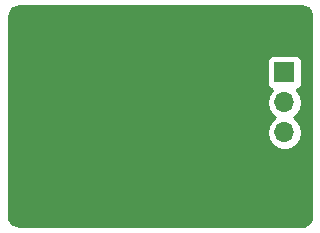
<source format=gbr>
G04 #@! TF.GenerationSoftware,KiCad,Pcbnew,5.0.2-bee76a0~70~ubuntu18.04.1*
G04 #@! TF.CreationDate,2019-01-01T14:20:38-08:00*
G04 #@! TF.ProjectId,USB_TypeA_Breakout_V1,5553425f-5479-4706-9541-5f427265616b,rev?*
G04 #@! TF.SameCoordinates,Original*
G04 #@! TF.FileFunction,Copper,L2,Bot*
G04 #@! TF.FilePolarity,Positive*
%FSLAX46Y46*%
G04 Gerber Fmt 4.6, Leading zero omitted, Abs format (unit mm)*
G04 Created by KiCad (PCBNEW 5.0.2-bee76a0~70~ubuntu18.04.1) date Tue 01 Jan 2019 02:20:38 PM PST*
%MOMM*%
%LPD*%
G01*
G04 APERTURE LIST*
G04 #@! TA.AperFunction,ComponentPad*
%ADD10C,3.250000*%
G04 #@! TD*
G04 #@! TA.AperFunction,ComponentPad*
%ADD11R,1.700000X1.700000*%
G04 #@! TD*
G04 #@! TA.AperFunction,ComponentPad*
%ADD12O,1.700000X1.700000*%
G04 #@! TD*
G04 #@! TA.AperFunction,Conductor*
%ADD13C,0.254000*%
G04 #@! TD*
G04 APERTURE END LIST*
D10*
G04 #@! TO.P,J1,5*
G04 #@! TO.N,GND*
X117829000Y-77727400D03*
X117829000Y-90867400D03*
G04 #@! TD*
D11*
G04 #@! TO.P,J2,1*
G04 #@! TO.N,Net-(J1-Pad1)*
X136448800Y-80594200D03*
D12*
G04 #@! TO.P,J2,2*
G04 #@! TO.N,Net-(J1-Pad2)*
X136448800Y-83134200D03*
G04 #@! TO.P,J2,3*
G04 #@! TO.N,Net-(J1-Pad3)*
X136448800Y-85674200D03*
G04 #@! TO.P,J2,4*
G04 #@! TO.N,GND*
X136448800Y-88214200D03*
G04 #@! TD*
D13*
G04 #@! TO.N,GND*
G36*
X138180359Y-75067683D02*
X138406733Y-75187672D01*
X138582036Y-75374520D01*
X138692683Y-75619872D01*
X138723100Y-75853686D01*
X138723101Y-92750993D01*
X138670825Y-93061717D01*
X138548768Y-93286987D01*
X138360326Y-93460571D01*
X138112456Y-93569637D01*
X137888742Y-93597700D01*
X114002117Y-93597700D01*
X113686822Y-93548044D01*
X113460287Y-93428354D01*
X113284739Y-93241741D01*
X113173865Y-92996751D01*
X113143100Y-92761478D01*
X113143100Y-83134200D01*
X134934708Y-83134200D01*
X135049961Y-83713618D01*
X135378175Y-84204825D01*
X135676561Y-84404200D01*
X135378175Y-84603575D01*
X135049961Y-85094782D01*
X134934708Y-85674200D01*
X135049961Y-86253618D01*
X135378175Y-86744825D01*
X135869382Y-87073039D01*
X136302544Y-87159200D01*
X136595056Y-87159200D01*
X137028218Y-87073039D01*
X137519425Y-86744825D01*
X137847639Y-86253618D01*
X137962892Y-85674200D01*
X137847639Y-85094782D01*
X137519425Y-84603575D01*
X137221039Y-84404200D01*
X137519425Y-84204825D01*
X137847639Y-83713618D01*
X137962892Y-83134200D01*
X137847639Y-82554782D01*
X137519425Y-82063575D01*
X137501181Y-82051384D01*
X137546565Y-82042357D01*
X137756609Y-81902009D01*
X137896957Y-81691965D01*
X137946240Y-81444200D01*
X137946240Y-79744200D01*
X137896957Y-79496435D01*
X137756609Y-79286391D01*
X137546565Y-79146043D01*
X137298800Y-79096760D01*
X135598800Y-79096760D01*
X135351035Y-79146043D01*
X135140991Y-79286391D01*
X135000643Y-79496435D01*
X134951360Y-79744200D01*
X134951360Y-81444200D01*
X135000643Y-81691965D01*
X135140991Y-81902009D01*
X135351035Y-82042357D01*
X135396419Y-82051384D01*
X135378175Y-82063575D01*
X135049961Y-82554782D01*
X134934708Y-83134200D01*
X113143100Y-83134200D01*
X113143100Y-75875263D01*
X113193050Y-75560539D01*
X113313009Y-75334150D01*
X113499834Y-75158823D01*
X113745148Y-75048153D01*
X113979113Y-75017700D01*
X137865697Y-75017700D01*
X138180359Y-75067683D01*
X138180359Y-75067683D01*
G37*
X138180359Y-75067683D02*
X138406733Y-75187672D01*
X138582036Y-75374520D01*
X138692683Y-75619872D01*
X138723100Y-75853686D01*
X138723101Y-92750993D01*
X138670825Y-93061717D01*
X138548768Y-93286987D01*
X138360326Y-93460571D01*
X138112456Y-93569637D01*
X137888742Y-93597700D01*
X114002117Y-93597700D01*
X113686822Y-93548044D01*
X113460287Y-93428354D01*
X113284739Y-93241741D01*
X113173865Y-92996751D01*
X113143100Y-92761478D01*
X113143100Y-83134200D01*
X134934708Y-83134200D01*
X135049961Y-83713618D01*
X135378175Y-84204825D01*
X135676561Y-84404200D01*
X135378175Y-84603575D01*
X135049961Y-85094782D01*
X134934708Y-85674200D01*
X135049961Y-86253618D01*
X135378175Y-86744825D01*
X135869382Y-87073039D01*
X136302544Y-87159200D01*
X136595056Y-87159200D01*
X137028218Y-87073039D01*
X137519425Y-86744825D01*
X137847639Y-86253618D01*
X137962892Y-85674200D01*
X137847639Y-85094782D01*
X137519425Y-84603575D01*
X137221039Y-84404200D01*
X137519425Y-84204825D01*
X137847639Y-83713618D01*
X137962892Y-83134200D01*
X137847639Y-82554782D01*
X137519425Y-82063575D01*
X137501181Y-82051384D01*
X137546565Y-82042357D01*
X137756609Y-81902009D01*
X137896957Y-81691965D01*
X137946240Y-81444200D01*
X137946240Y-79744200D01*
X137896957Y-79496435D01*
X137756609Y-79286391D01*
X137546565Y-79146043D01*
X137298800Y-79096760D01*
X135598800Y-79096760D01*
X135351035Y-79146043D01*
X135140991Y-79286391D01*
X135000643Y-79496435D01*
X134951360Y-79744200D01*
X134951360Y-81444200D01*
X135000643Y-81691965D01*
X135140991Y-81902009D01*
X135351035Y-82042357D01*
X135396419Y-82051384D01*
X135378175Y-82063575D01*
X135049961Y-82554782D01*
X134934708Y-83134200D01*
X113143100Y-83134200D01*
X113143100Y-75875263D01*
X113193050Y-75560539D01*
X113313009Y-75334150D01*
X113499834Y-75158823D01*
X113745148Y-75048153D01*
X113979113Y-75017700D01*
X137865697Y-75017700D01*
X138180359Y-75067683D01*
G04 #@! TD*
M02*

</source>
